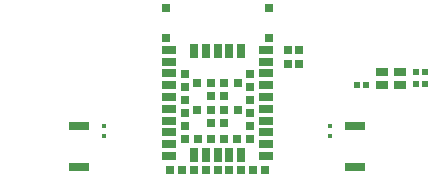
<source format=gtp>
G04*
G04 #@! TF.GenerationSoftware,Altium Limited,Altium Designer,21.6.4 (81)*
G04*
G04 Layer_Color=8421504*
%FSLAX44Y44*%
%MOMM*%
G71*
G04*
G04 #@! TF.SameCoordinates,2C076353-3E30-4277-8679-B38F3AF88BA9*
G04*
G04*
G04 #@! TF.FilePolarity,Positive*
G04*
G01*
G75*
%ADD15R,0.7800X0.7400*%
%ADD16R,0.3500X0.3600*%
%ADD17R,0.5200X0.5500*%
%ADD18R,1.7000X0.8000*%
%ADD19C,0.0100*%
%ADD20R,0.7000X0.7000*%
%ADD21R,1.1500X0.7000*%
%ADD22R,0.7000X1.1500*%
%ADD23R,0.7000X0.7000*%
%ADD24R,1.0000X0.8000*%
D15*
X269166Y165186D02*
D03*
X259366D02*
D03*
X269066Y177186D02*
D03*
X259266D02*
D03*
D16*
X104000Y112200D02*
D03*
Y103800D02*
D03*
X295000Y103800D02*
D03*
Y112200D02*
D03*
D17*
X376000Y158000D02*
D03*
X368000D02*
D03*
X368000Y148000D02*
D03*
X376000D02*
D03*
X326000Y147000D02*
D03*
X318000D02*
D03*
D18*
X83000Y78000D02*
D03*
Y112000D02*
D03*
X316000Y112000D02*
D03*
Y78000D02*
D03*
D19*
X37350Y110900D02*
D03*
X24650D02*
D03*
X37350Y123600D02*
D03*
X24650D02*
D03*
X37350Y136300D02*
D03*
X24650D02*
D03*
D20*
X156500Y187000D02*
D03*
Y212500D02*
D03*
X243500D02*
D03*
Y187000D02*
D03*
X227500Y101500D02*
D03*
Y112500D02*
D03*
Y123500D02*
D03*
Y134500D02*
D03*
Y145500D02*
D03*
X172500D02*
D03*
Y134500D02*
D03*
Y123500D02*
D03*
Y112500D02*
D03*
Y101500D02*
D03*
X183500D02*
D03*
X194500D02*
D03*
X205500D02*
D03*
X216500D02*
D03*
X160000Y75500D02*
D03*
X170000D02*
D03*
X180000D02*
D03*
X190000D02*
D03*
X200000D02*
D03*
X210000D02*
D03*
X220000D02*
D03*
X230000D02*
D03*
X240000D02*
D03*
X227500Y156500D02*
D03*
X172500D02*
D03*
D21*
X241250Y87000D02*
D03*
Y97000D02*
D03*
Y107000D02*
D03*
Y117000D02*
D03*
Y127000D02*
D03*
Y137000D02*
D03*
Y147000D02*
D03*
Y157000D02*
D03*
Y167000D02*
D03*
Y177000D02*
D03*
X158750D02*
D03*
Y167000D02*
D03*
Y157000D02*
D03*
Y147000D02*
D03*
Y137000D02*
D03*
Y127000D02*
D03*
Y117000D02*
D03*
Y107000D02*
D03*
Y97000D02*
D03*
Y87000D02*
D03*
D22*
X180000Y176250D02*
D03*
X190000D02*
D03*
X200000D02*
D03*
X210000D02*
D03*
X220000D02*
D03*
Y87750D02*
D03*
X210000D02*
D03*
X200000D02*
D03*
X190000D02*
D03*
X180000D02*
D03*
D23*
X217250Y149250D02*
D03*
X205750D02*
D03*
X194250D02*
D03*
X182750D02*
D03*
Y126250D02*
D03*
X194250Y137750D02*
D03*
X205750D02*
D03*
Y114750D02*
D03*
X217250Y126250D02*
D03*
X205750D02*
D03*
X194250D02*
D03*
Y114750D02*
D03*
D24*
X339500Y158500D02*
D03*
X354500D02*
D03*
Y147500D02*
D03*
X339500D02*
D03*
M02*

</source>
